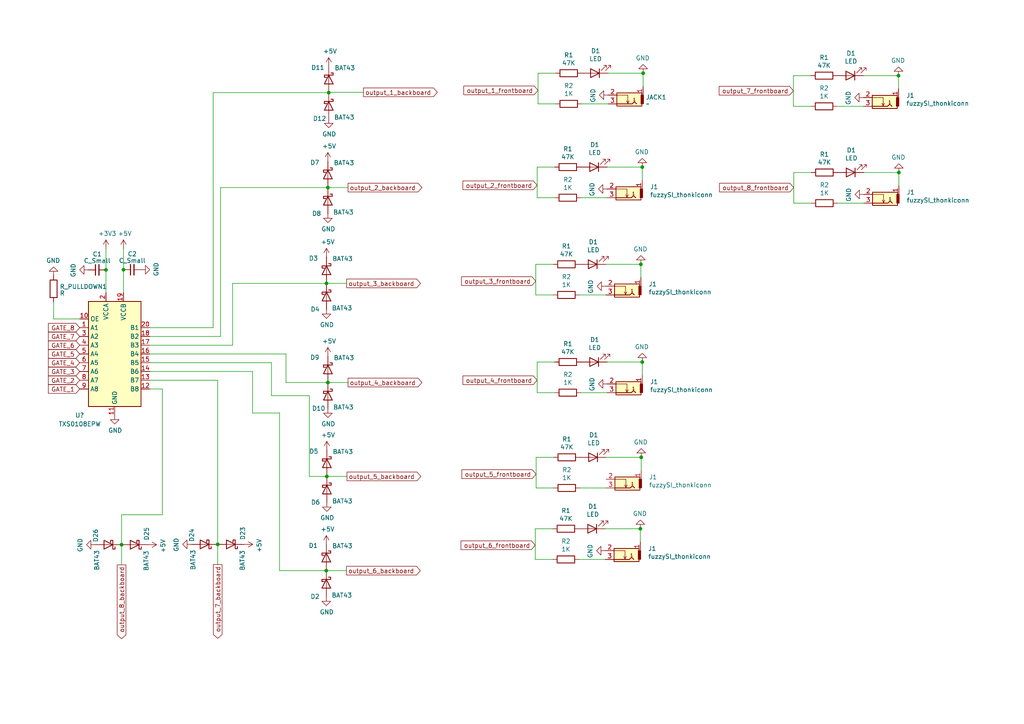
<source format=kicad_sch>
(kicad_sch (version 20230121) (generator eeschema)
  (paper "A4")
  (lib_symbols
    (symbol "Device:C_Small" (pin_numbers hide) (pin_names (offset 0.254) hide)
      (property "Reference" "C" (at 0.254 1.778 0))
      (property "Value" "C_Small" (at 0.254 -2.032 0))
      (symbol "C_Small_0_1"
        (polyline (pts (xy -1.524 -0.508) (xy 1.524 -0.508)) (stroke (width 0.3302)))
        (polyline (pts (xy -1.524 0.508) (xy 1.524 0.508)) (stroke (width 0.3048)))
      )
      (symbol "C_Small_1_1"
        (pin passive line (at 0 2.54 270) (length 2.032) (name "~") (number "1"))
        (pin passive line (at 0 -2.54 90) (length 2.032) (name "~") (number "2"))
      )
    )
    (symbol "Device:LED" (pin_numbers hide) (pin_names (offset 1.016) hide)
      (property "Reference" "D" (at 0 2.54 0))
      (property "Value" "LED" (at 0 -2.54 0))
      (symbol "LED_0_1"
        (polyline (pts (xy -1.27 -1.27) (xy -1.27 1.27)) (stroke (width 0.254)))
        (polyline (pts (xy -1.27 0) (xy 1.27 0)))
        (polyline (pts (xy 1.27 -1.27) (xy 1.27 1.27) (xy -1.27 0) (xy 1.27 -1.27)) (stroke (width 0.254)))
        (polyline (pts (xy -3.048 -0.762) (xy -4.572 -2.286) (xy -3.81 -2.286) (xy -4.572 -2.286) (xy -4.572 -1.524)))
        (polyline (pts (xy -1.778 -0.762) (xy -3.302 -2.286) (xy -2.54 -2.286) (xy -3.302 -2.286) (xy -3.302 -1.524)))
      )
      (symbol "LED_1_1"
        (pin passive line (at -3.81 0 0) (length 2.54) (name "K") (number "1"))
        (pin passive line (at 3.81 0 180) (length 2.54) (name "A") (number "2"))
      )
    )
    (symbol "Device:R" (pin_numbers hide) (pin_names (offset 0))
      (property "Reference" "R" (at 2.032 0 90))
      (property "Value" "R" (at 0 0 90))
      (symbol "R_0_1"
        (rectangle (start -1.016 -2.54) (end 1.016 2.54) (stroke (width 0.254)))
      )
      (symbol "R_1_1"
        (pin passive line (at 0 3.81 270) (length 1.27) (name "~") (number "1"))
        (pin passive line (at 0 -3.81 90) (length 1.27) (name "~") (number "2"))
      )
    )
    (symbol "Diode:BAT85" (pin_numbers hide) (pin_names (offset 1.016) hide)
      (property "Reference" "D" (at 0 2.54 0))
      (property "Value" "BAT85" (at 0 -2.54 0))
      (symbol "BAT85_0_1"
        (polyline (pts (xy 1.27 0) (xy -1.27 0)))
        (polyline (pts (xy 1.27 1.27) (xy 1.27 -1.27) (xy -1.27 0) (xy 1.27 1.27)) (stroke (width 0.254)))
        (polyline (pts (xy -1.905 0.635) (xy -1.905 1.27) (xy -1.27 1.27) (xy -1.27 -1.27) (xy -0.635 -1.27) (xy -0.635 -0.635)) (stroke (width 0.254)))
      )
      (symbol "BAT85_1_1"
        (pin passive line (at -3.81 0 0) (length 2.54) (name "K") (number "1"))
        (pin passive line (at 3.81 0 180) (length 2.54) (name "A") (number "2"))
      )
    )
    (symbol "Logic_LevelTranslator:TXS0108EPW"
      (property "Reference" "U" (at -6.35 16.51 0))
      (property "Value" "TXS0108EPW" (at 3.81 16.51 0))
      (symbol "TXS0108EPW_0_1"
        (rectangle (start -7.62 15.24) (end 7.62 -15.24) (stroke (width 0.254)) (fill (type background)))
      )
      (symbol "TXS0108EPW_1_1"
        (pin bidirectional line (at -10.16 7.62 0) (length 2.54) (name "A1") (number "1"))
        (pin input line (at -10.16 10.16 0) (length 2.54) (name "OE") (number "10"))
        (pin power_in line (at 0 -17.78 90) (length 2.54) (name "GND") (number "11"))
        (pin bidirectional line (at 10.16 -10.16 180) (length 2.54) (name "B8") (number "12"))
        (pin bidirectional line (at 10.16 -7.62 180) (length 2.54) (name "B7") (number "13"))
        (pin bidirectional line (at 10.16 -5.08 180) (length 2.54) (name "B6") (number "14"))
        (pin bidirectional line (at 10.16 -2.54 180) (length 2.54) (name "B5") (number "15"))
        (pin bidirectional line (at 10.16 0 180) (length 2.54) (name "B4") (number "16"))
        (pin bidirectional line (at 10.16 2.54 180) (length 2.54) (name "B3") (number "17"))
        (pin bidirectional line (at 10.16 5.08 180) (length 2.54) (name "B2") (number "18"))
        (pin power_in line (at 2.54 17.78 270) (length 2.54) (name "VCCB") (number "19"))
        (pin power_in line (at -2.54 17.78 270) (length 2.54) (name "VCCA") (number "2"))
        (pin bidirectional line (at 10.16 7.62 180) (length 2.54) (name "B1") (number "20"))
        (pin bidirectional line (at -10.16 5.08 0) (length 2.54) (name "A2") (number "3"))
        (pin bidirectional line (at -10.16 2.54 0) (length 2.54) (name "A3") (number "4"))
        (pin bidirectional line (at -10.16 0 0) (length 2.54) (name "A4") (number "5"))
        (pin bidirectional line (at -10.16 -2.54 0) (length 2.54) (name "A5") (number "6"))
        (pin bidirectional line (at -10.16 -5.08 0) (length 2.54) (name "A6") (number "7"))
        (pin bidirectional line (at -10.16 -7.62 0) (length 2.54) (name "A7") (number "8"))
        (pin bidirectional line (at -10.16 -10.16 0) (length 2.54) (name "A8") (number "9"))
      )
    )
    (symbol "power:+3V3" (power) (pin_names (offset 0))
      (property "Value" "+3V3" (at 0 3.556 0))
      (symbol "+3V3_0_1"
        (polyline (pts (xy -0.762 1.27) (xy 0 2.54)))
        (polyline (pts (xy 0 0) (xy 0 2.54)))
        (polyline (pts (xy 0 2.54) (xy 0.762 1.27)))
      )
      (symbol "+3V3_1_1"
        (pin power_in line (at 0 0 90) (length 0) hide (name "+3V3") (number "1"))
      )
    )
    (symbol "power:+5V" (power) (pin_names (offset 0))
      (property "Value" "+5V" (at 0 3.556 0))
      (symbol "+5V_0_1"
        (polyline (pts (xy -0.762 1.27) (xy 0 2.54)))
        (polyline (pts (xy 0 0) (xy 0 2.54)))
        (polyline (pts (xy 0 2.54) (xy 0.762 1.27)))
      )
      (symbol "+5V_1_1"
        (pin power_in line (at 0 0 90) (length 0) hide (name "+5V") (number "1"))
      )
    )
    (symbol "power:GND" (power) (pin_names (offset 0))
      (property "Value" "GND" (at 0 -3.81 0))
      (symbol "GND_0_1"
        (polyline (pts (xy 0 0) (xy 0 -1.27) (xy 1.27 -1.27) (xy 0 -2.54) (xy -1.27 -1.27) (xy 0 -1.27)))
      )
      (symbol "GND_1_1"
        (pin power_in line (at 0 0 270) (length 0) hide (name "GND") (number "1"))
      )
    )
    (symbol "usb_midi_clocker circuits-rescue:fuzzySI_thonkiconn-thonkiconn_jackSocket_fuzzySi" (pin_names (offset 1.016))
      (property "Reference" "J" (at -1.27 4.445 0))
      (property "Value" "thonkiconn_jackSocket_fuzzySi_fuzzySI_thonkiconn" (at 4.318 -1.778 0))
      (symbol "fuzzySI_thonkiconn-thonkiconn_jackSocket_fuzzySi_0_0"
        (text "1" (at -2.54 1.27 0) (effects (font (size 0.762 0.762))))
      )
      (symbol "fuzzySI_thonkiconn-thonkiconn_jackSocket_fuzzySi_0_1"
        (rectangle (start -4.699 3.175) (end 2.54 -0.635) (stroke (width 0.254)) (fill (type background)))
        (rectangle (start -4.445 0) (end -5.207 2.54) (fill (type outline)))
        (polyline (pts (xy -0.635 2.413) (xy -0.254 1.651)))
        (polyline (pts (xy 2.54 0) (xy -0.635 0) (xy -0.635 2.413) (xy -1.016 1.651)))
        (polyline (pts (xy 2.54 2.54) (xy -1.905 2.54) (xy -2.54 1.905) (xy -3.175 2.54)) (stroke (width 0.254)))
      )
      (symbol "fuzzySI_thonkiconn-thonkiconn_jackSocket_fuzzySi_1_1"
        (pin passive line (at -5.08 -2.54 90) (length 2.54) (name "~") (number "1"))
        (pin passive line (at 5.08 0 180) (length 2.54) (name "~") (number "2"))
        (pin passive line (at 5.08 2.54 180) (length 2.54) (name "~") (number "3"))
      )
    )
  )
  (junction (at 30.734 78.2828))
  (junction (at 186.2836 48.4632))
  (junction (at 94.6912 82.1944))
  (junction (at 260.7056 50.038))
  (junction (at 35.2552 157.988))
  (junction (at 185.9788 132.6388))
  (junction (at 185.8772 76.6572))
  (junction (at 94.7928 138.176))
  (junction (at 186.2836 105.0036))
  (junction (at 63.1444 157.8864))
  (junction (at 186.5376 21.2344))
  (junction (at 95.3516 26.8732))
  (junction (at 185.7248 153.3652))
  (junction (at 94.6404 165.5064))
  (junction (at 95.0976 110.9472))
  (junction (at 95.0976 54.4068))
  (junction (at 260.604 21.9456))
  (junction (at 35.814 78.232))
  (wire (pts (xy 185.7248 153.3652) (xy 175.5648 153.3652)))
  (wire (pts (xy 185.7248 157.1752) (xy 185.7248 153.3652)))
  (wire (pts (xy 73.2536 107.7468) (xy 43.434 107.7468)))
  (wire (pts (xy 67.4624 82.1944) (xy 94.6912 82.1944)))
  (wire (pts (xy 185.9788 136.4488) (xy 185.9788 132.6388)))
  (wire (pts (xy 155.4988 141.5288) (xy 160.5788 141.5288)))
  (wire (pts (xy 95.0976 54.4068) (xy 100.9396 54.4068)))
  (wire (pts (xy 82.9564 110.9472) (xy 82.9564 102.6668)))
  (wire (pts (xy 78.74 114.7572) (xy 78.74 105.2068)))
  (wire (pts (xy 94.6404 165.5064) (xy 100.4824 165.5064)))
  (wire (pts (xy 160.8836 105.0036) (xy 155.8036 105.0036)))
  (wire (pts (xy 260.7056 50.038) (xy 250.5456 50.038)))
  (wire (pts (xy 155.8036 105.0036) (xy 155.8036 113.8936)))
  (wire (pts (xy 95.0976 110.9472) (xy 100.9396 110.9472)))
  (wire (pts (xy 155.8036 48.4632) (xy 155.8036 57.3532)))
  (wire (pts (xy 15.5448 92.5068) (xy 15.5448 87.5792)))
  (wire (pts (xy 155.8036 57.3532) (xy 160.8836 57.3532)))
  (wire (pts (xy 186.2836 48.4632) (xy 176.1236 48.4632)))
  (wire (pts (xy 105.41 26.7716) (xy 95.3516 26.7716)))
  (wire (pts (xy 43.434 110.2868) (xy 63.1444 110.2868)))
  (wire (pts (xy 160.3248 153.3652) (xy 155.2448 153.3652)))
  (wire (pts (xy 81.0768 165.5064) (xy 94.6404 165.5064)))
  (wire (pts (xy 63.9572 54.4068) (xy 63.9572 97.5868)))
  (wire (pts (xy 43.434 100.1268) (xy 67.4624 100.1268)))
  (wire (pts (xy 186.2836 52.2732) (xy 186.2836 48.4632)))
  (wire (pts (xy 82.9564 110.9472) (xy 95.0976 110.9472)))
  (wire (pts (xy 235.204 21.9456) (xy 230.124 21.9456)))
  (wire (pts (xy 30.734 78.2828) (xy 30.734 84.8868)))
  (wire (pts (xy 260.604 25.7556) (xy 260.604 21.9456)))
  (wire (pts (xy 260.7056 53.848) (xy 260.7056 50.038)))
  (wire (pts (xy 61.8236 26.8732) (xy 95.3516 26.8732)))
  (wire (pts (xy 156.0576 30.1244) (xy 161.1376 30.1244)))
  (wire (pts (xy 176.3776 30.1244) (xy 168.7576 30.1244)))
  (wire (pts (xy 160.8836 48.4632) (xy 155.8036 48.4632)))
  (wire (pts (xy 175.5648 162.2552) (xy 167.9448 162.2552)))
  (wire (pts (xy 94.6912 82.1944) (xy 100.5332 82.1944)))
  (wire (pts (xy 155.2448 162.2552) (xy 160.3248 162.2552)))
  (wire (pts (xy 95.3516 26.7716) (xy 95.3516 26.8732)))
  (wire (pts (xy 161.1376 21.2344) (xy 156.0576 21.2344)))
  (wire (pts (xy 155.3972 85.5472) (xy 160.4772 85.5472)))
  (wire (pts (xy 89.7128 138.176) (xy 89.7128 114.7572)))
  (wire (pts (xy 47.0916 112.8268) (xy 47.0916 149.3012)))
  (wire (pts (xy 260.604 21.9456) (xy 250.444 21.9456)))
  (wire (pts (xy 230.2256 58.928) (xy 235.3056 58.928)))
  (wire (pts (xy 155.2448 153.3652) (xy 155.2448 162.2552)))
  (wire (pts (xy 185.9788 132.6388) (xy 175.8188 132.6388)))
  (wire (pts (xy 230.124 30.8356) (xy 235.204 30.8356)))
  (wire (pts (xy 230.2256 50.038) (xy 230.2256 58.928)))
  (wire (pts (xy 160.5788 132.6388) (xy 155.4988 132.6388)))
  (wire (pts (xy 63.9572 97.5868) (xy 43.434 97.5868)))
  (wire (pts (xy 155.3972 76.6572) (xy 155.3972 85.5472)))
  (wire (pts (xy 160.4772 76.6572) (xy 155.3972 76.6572)))
  (wire (pts (xy 63.9572 54.4068) (xy 95.0976 54.4068)))
  (wire (pts (xy 89.7128 138.176) (xy 94.7928 138.176)))
  (wire (pts (xy 78.74 105.2068) (xy 43.434 105.2068)))
  (wire (pts (xy 35.814 72.136) (xy 35.814 78.232)))
  (wire (pts (xy 94.7928 138.176) (xy 100.6348 138.176)))
  (wire (pts (xy 63.1444 110.2868) (xy 63.1444 157.8864)))
  (wire (pts (xy 43.434 95.0468) (xy 61.8236 95.0468)))
  (wire (pts (xy 186.2836 105.0036) (xy 176.1236 105.0036)))
  (wire (pts (xy 175.7172 85.5472) (xy 168.0972 85.5472)))
  (wire (pts (xy 156.0576 21.2344) (xy 156.0576 30.1244)))
  (wire (pts (xy 30.734 72.136) (xy 30.734 78.2828)))
  (wire (pts (xy 155.4988 132.6388) (xy 155.4988 141.5288)))
  (wire (pts (xy 67.4624 100.1268) (xy 67.4624 82.1944)))
  (wire (pts (xy 61.8236 95.0468) (xy 61.8236 26.8732)))
  (wire (pts (xy 175.8188 141.5288) (xy 168.1988 141.5288)))
  (wire (pts (xy 23.114 92.5068) (xy 15.5448 92.5068)))
  (wire (pts (xy 35.814 78.232) (xy 35.814 84.8868)))
  (wire (pts (xy 81.0768 165.5064) (xy 81.0768 119.7864)))
  (wire (pts (xy 186.5376 25.0444) (xy 186.5376 21.2344)))
  (wire (pts (xy 250.444 30.8356) (xy 242.824 30.8356)))
  (wire (pts (xy 47.0916 149.3012) (xy 35.2552 149.3012)))
  (wire (pts (xy 230.124 21.9456) (xy 230.124 30.8356)))
  (wire (pts (xy 176.1236 113.8936) (xy 168.5036 113.8936)))
  (wire (pts (xy 73.2536 119.7864) (xy 73.2536 107.7468)))
  (wire (pts (xy 185.8772 76.6572) (xy 175.7172 76.6572)))
  (wire (pts (xy 176.1236 57.3532) (xy 168.5036 57.3532)))
  (wire (pts (xy 235.3056 50.038) (xy 230.2256 50.038)))
  (wire (pts (xy 186.2836 108.8136) (xy 186.2836 105.0036)))
  (wire (pts (xy 81.0768 119.7864) (xy 73.2536 119.7864)))
  (wire (pts (xy 155.8036 113.8936) (xy 160.8836 113.8936)))
  (wire (pts (xy 43.434 112.8268) (xy 47.0916 112.8268)))
  (wire (pts (xy 43.434 102.6668) (xy 82.9564 102.6668)))
  (wire (pts (xy 63.1444 157.8864) (xy 63.1444 163.7284)))
  (wire (pts (xy 186.5376 21.2344) (xy 176.3776 21.2344)))
  (wire (pts (xy 185.8772 80.4672) (xy 185.8772 76.6572)))
  (wire (pts (xy 35.2552 157.988) (xy 35.2552 163.83)))
  (wire (pts (xy 35.2552 149.3012) (xy 35.2552 157.988)))
  (wire (pts (xy 89.7128 114.7572) (xy 78.74 114.7572)))
  (wire (pts (xy 250.5456 58.928) (xy 242.9256 58.928)))
  (global_label "output_1_frontboard" (shape input) (at 156.0576 26.2128 180) (property "Intersheetrefs" "${INTERSHEET_REFS}" (effects hide)))
  (global_label "output_1_backboard" (shape output) (at 105.41 26.7716 0) (property "Intersheetrefs" "${INTERSHEET_REFS}" (effects hide)))
  (global_label "GATE_4" (shape input) (at 23.114 105.2068 180) (property "Intersheetrefs" "${INTERSHEET_REFS}" (effects hide)))
  (global_label "output_2_backboard" (shape output) (at 100.9396 54.4068 0) (property "Intersheetrefs" "${INTERSHEET_REFS}" (effects hide)))
  (global_label "output_3_backboard" (shape output) (at 100.5332 82.1944 0) (property "Intersheetrefs" "${INTERSHEET_REFS}" (effects hide)))
  (global_label "GATE_8" (shape input) (at 23.114 95.0468 180) (property "Intersheetrefs" "${INTERSHEET_REFS}" (effects hide)))
  (global_label "output_2_frontboard" (shape input) (at 155.8036 53.7464 180) (property "Intersheetrefs" "${INTERSHEET_REFS}" (effects hide)))
  (global_label "output_8_backboard" (shape output) (at 35.2552 163.83 270) (property "Intersheetrefs" "${INTERSHEET_REFS}" (effects hide)))
  (global_label "output_5_backboard" (shape output) (at 100.6348 138.176 0) (property "Intersheetrefs" "${INTERSHEET_REFS}" (effects hide)))
  (global_label "output_6_frontboard" (shape input) (at 155.2448 158.1404 180) (property "Intersheetrefs" "${INTERSHEET_REFS}" (effects hide)))
  (global_label "output_7_backboard" (shape output) (at 63.1444 163.7284 270) (property "Intersheetrefs" "${INTERSHEET_REFS}" (effects hide)))
  (global_label "GATE_6" (shape input) (at 23.114 100.1268 180) (property "Intersheetrefs" "${INTERSHEET_REFS}" (effects hide)))
  (global_label "output_5_frontboard" (shape input) (at 155.4988 137.5156 180) (property "Intersheetrefs" "${INTERSHEET_REFS}" (effects hide)))
  (global_label "output_7_frontboard" (shape input) (at 230.124 26.3144 180) (property "Intersheetrefs" "${INTERSHEET_REFS}" (effects hide)))
  (global_label "GATE_1" (shape input) (at 23.114 112.8268 180) (property "Intersheetrefs" "${INTERSHEET_REFS}" (effects hide)))
  (global_label "GATE_3" (shape input) (at 23.114 107.7468 180) (property "Intersheetrefs" "${INTERSHEET_REFS}" (effects hide)))
  (global_label "output_4_frontboard" (shape input) (at 155.8036 110.2868 180) (property "Intersheetrefs" "${INTERSHEET_REFS}" (effects hide)))
  (global_label "output_6_backboard" (shape output) (at 100.4824 165.5064 0) (property "Intersheetrefs" "${INTERSHEET_REFS}" (effects hide)))
  (global_label "GATE_7" (shape input) (at 23.114 97.5868 180) (property "Intersheetrefs" "${INTERSHEET_REFS}" (effects hide)))
  (global_label "output_8_frontboard" (shape input) (at 230.2256 54.4068 180) (property "Intersheetrefs" "${INTERSHEET_REFS}" (effects hide)))
  (global_label "output_4_backboard" (shape output) (at 100.9396 110.9472 0) (property "Intersheetrefs" "${INTERSHEET_REFS}" (effects hide)))
  (global_label "GATE_5" (shape input) (at 23.114 102.6668 180) (property "Intersheetrefs" "${INTERSHEET_REFS}" (effects hide)))
  (global_label "GATE_2" (shape input) (at 23.114 110.2868 180) (property "Intersheetrefs" "${INTERSHEET_REFS}" (effects hide)))
  (global_label "output_3_frontboard" (shape input) (at 155.3972 81.534 180) (property "Intersheetrefs" "${INTERSHEET_REFS}" (effects hide)))
  (symbol (lib_id "usb_midi_clocker circuits-rescue:fuzzySI_thonkiconn-thonkiconn_jackSocket_fuzzySi") (at 180.7972 83.0072 180) (unit 1)
    (property "Reference" "J1" (at 188.1124 82.3976 0) (effects (justify right)))
    (property "Value" "fuzzySI_thonkiconn" (at 188.1124 84.709 0) (effects (justify right)))
    (property "Footprint" "doctea:Thonkiconn Renumbered" (effects hide))
    (instances (project "usb_midi_clocker circuits" (path "" (reference "J1") (unit 1)) (path "" (reference "JACK3") (unit 1))) (project "expander_gate_output" (path "" (reference "JACK3") (unit 1)) (path "" (reference "JACK3") (unit 1))))
  )
  (symbol (lib_id "Device:R") (at 164.9476 30.1244 270) (unit 1)
    (property "Reference" "R2" (at 164.9476 24.8666 90))
    (property "Value" "1K" (at 164.9476 27.178 90))
    (property "Footprint" "Resistor_SMD:R_0805_2012Metric" (effects hide))
    (instances (project "usb_midi_clocker circuits" (path "" (reference "R2") (unit 1)) (path "" (reference "R2") (unit 1))) (project "expander_gate_output" (path "" (reference "R2") (unit 1)) (path "" (reference "R12") (unit 1))))
  )
  (symbol (lib_id "power:+5V") (at 94.6912 74.5744 0) (unit 1)
    (property "Reference" "#PWR?" (effects hide))
    (property "Value" "+5V" (at 95.0722 70.1802 0))
    (instances (project "usb_midi_clocker circuits" (path "" (reference "#PWR?") (unit 1)) (path "" (reference "#PWR040") (unit 1))) (project "expander_gate_output" (path "" (reference "#PWR06") (unit 1)) (path "" (reference "#PWR06") (unit 1))))
  )
  (symbol (lib_id "Diode:BAT85") (at 95.0976 114.7572 270) (unit 1)
    (property "Reference" "D10" (at 90.4748 118.4656 90) (effects (justify left)))
    (property "Value" "BAT43" (at 96.6216 118.11 90) (effects (justify left)))
    (property "Footprint" "Diode_SMD:D_0805_2012Metric" (effects hide))
  )
  (symbol (lib_id "Diode:BAT85") (at 59.3344 157.8864 180) (unit 1)
    (property "Reference" "D24" (at 55.626 153.2636 90) (effects (justify left)))
    (property "Value" "BAT43" (at 55.9816 159.4104 90) (effects (justify left)))
    (property "Footprint" "Diode_SMD:D_0805_2012Metric" (effects hide))
    (instances (project "expander_gate_output" (path "" (reference "D24") (unit 1)) (path "" (reference "D14") (unit 1))))
  )
  (symbol (lib_id "Device:R") (at 239.014 21.9456 270) (unit 1)
    (property "Reference" "R1" (at 239.014 16.6878 90))
    (property "Value" "47K" (at 239.014 18.9992 90))
    (property "Footprint" "Resistor_SMD:R_0805_2012Metric" (effects hide))
    (instances (project "usb_midi_clocker circuits" (path "" (reference "R1") (unit 1)) (path "" (reference "R13") (unit 1))) (project "expander_gate_output" (path "" (reference "R13") (unit 1)) (path "" (reference "R13") (unit 1))))
  )
  (symbol (lib_id "Device:C_Small") (at 38.354 78.232 90) (unit 1)
    (property "Reference" "C2" (at 38.3603 73.66 90))
    (property "Value" "C_Small" (at 38.3603 75.581 90))
    (property "Footprint" "Capacitor_SMD:C_0805_2012Metric" (effects hide))
  )
  (symbol (lib_id "power:GND") (at 185.8772 76.6572 180) (unit 1)
    (property "Reference" "#PWR0101" (effects hide))
    (property "Value" "GND" (at 185.7502 72.263 0))
    (instances (project "usb_midi_clocker circuits" (path "" (reference "#PWR0101") (unit 1)) (path "" (reference "#PWR023") (unit 1))) (project "expander_gate_output" (path "" (reference "#PWR06") (unit 1)) (path "" (reference "#PWR039") (unit 1))))
  )
  (symbol (lib_id "Device:LED") (at 172.3136 48.4632 180) (unit 1)
    (property "Reference" "D1" (at 172.4914 41.9862 0))
    (property "Value" "LED" (at 172.4914 44.2976 0))
    (property "Footprint" "LED_THT:LED_D3.0mm" (effects hide))
    (instances (project "usb_midi_clocker circuits" (path "" (reference "D1") (unit 1)) (path "" (reference "D2") (unit 1))) (project "expander_gate_output" (path "" (reference "D2") (unit 1)) (path "" (reference "D20") (unit 1))))
  )
  (symbol (lib_id "Diode:BAT85") (at 94.6912 78.3844 270) (unit 1)
    (property "Reference" "D3" (at 89.5604 74.93 90) (effects (justify left)))
    (property "Value" "BAT43" (at 96.3676 75.0316 90) (effects (justify left)))
    (property "Footprint" "Diode_SMD:D_0805_2012Metric" (effects hide))
  )
  (symbol (lib_id "power:GND") (at 185.9788 132.6388 180) (unit 1)
    (property "Reference" "#PWR0101" (effects hide))
    (property "Value" "GND" (at 185.8518 128.2446 0))
    (instances (project "usb_midi_clocker circuits" (path "" (reference "#PWR0101") (unit 1)) (path "" (reference "#PWR033") (unit 1))) (project "expander_gate_output" (path "" (reference "#PWR011") (unit 1)) (path "" (reference "#PWR040") (unit 1))))
  )
  (symbol (lib_id "Device:R") (at 164.2872 76.6572 270) (unit 1)
    (property "Reference" "R1" (at 164.2872 71.3994 90))
    (property "Value" "47K" (at 164.2872 73.7108 90))
    (property "Footprint" "Resistor_SMD:R_0805_2012Metric" (effects hide))
    (instances (project "usb_midi_clocker circuits" (path "" (reference "R1") (unit 1)) (path "" (reference "R5") (unit 1))) (project "expander_gate_output" (path "" (reference "R5") (unit 1)) (path "" (reference "R3") (unit 1))))
  )
  (symbol (lib_id "Device:LED") (at 246.634 21.9456 180) (unit 1)
    (property "Reference" "D1" (at 246.8118 15.4686 0))
    (property "Value" "LED" (at 246.8118 17.78 0))
    (property "Footprint" "LED_THT:LED_D3.0mm" (effects hide))
    (instances (project "usb_midi_clocker circuits" (path "" (reference "D1") (unit 1)) (path "" (reference "D7") (unit 1))) (project "expander_gate_output" (path "" (reference "D7") (unit 1)) (path "" (reference "D23") (unit 1))))
  )
  (symbol (lib_id "Diode:BAT85") (at 31.4452 157.988 180) (unit 1)
    (property "Reference" "D26" (at 27.7368 153.3652 90) (effects (justify left)))
    (property "Value" "BAT43" (at 28.0924 159.512 90) (effects (justify left)))
    (property "Footprint" "Diode_SMD:D_0805_2012Metric" (effects hide))
    (instances (project "expander_gate_output" (path "" (reference "D26") (unit 1)) (path "" (reference "D16") (unit 1))))
  )
  (symbol (lib_id "power:GND") (at 186.2836 105.0036 180) (unit 1)
    (property "Reference" "#PWR0101" (effects hide))
    (property "Value" "GND" (at 186.1566 100.6094 0))
    (instances (project "usb_midi_clocker circuits" (path "" (reference "#PWR0101") (unit 1)) (path "" (reference "#PWR024") (unit 1))) (project "expander_gate_output" (path "" (reference "#PWR07") (unit 1)) (path "" (reference "#PWR068") (unit 1))))
  )
  (symbol (lib_id "Device:LED") (at 172.0088 132.6388 180) (unit 1)
    (property "Reference" "D1" (at 172.1866 126.1618 0))
    (property "Value" "LED" (at 172.1866 128.4732 0))
    (property "Footprint" "LED_THT:LED_D3.0mm" (effects hide))
    (instances (project "usb_midi_clocker circuits" (path "" (reference "D1") (unit 1)) (path "" (reference "D5") (unit 1))) (project "expander_gate_output" (path "" (reference "D5") (unit 1)) (path "" (reference "D19") (unit 1))))
  )
  (symbol (lib_id "usb_midi_clocker circuits-rescue:fuzzySI_thonkiconn-thonkiconn_jackSocket_fuzzySi") (at 255.6256 56.388 180) (unit 1)
    (property "Reference" "J1" (at 262.9408 55.7784 0) (effects (justify right)))
    (property "Value" "fuzzySI_thonkiconn" (at 262.9408 58.0898 0) (effects (justify right)))
    (property "Footprint" "doctea:Thonkiconn Renumbered" (effects hide))
    (instances (project "usb_midi_clocker circuits" (path "" (reference "J1") (unit 1)) (path "" (reference "JACK8") (unit 1))) (project "expander_gate_output" (path "" (reference "JACK8") (unit 1)) (path "" (reference "JACK8") (unit 1))))
  )
  (symbol (lib_id "usb_midi_clocker circuits-rescue:fuzzySI_thonkiconn-thonkiconn_jackSocket_fuzzySi") (at 255.524 28.2956 180) (unit 1)
    (property "Reference" "J1" (at 262.8392 27.686 0) (effects (justify right)))
    (property "Value" "fuzzySI_thonkiconn" (at 262.8392 29.9974 0) (effects (justify right)))
    (property "Footprint" "doctea:Thonkiconn Renumbered" (effects hide))
    (instances (project "usb_midi_clocker circuits" (path "" (reference "J1") (unit 1)) (path "" (reference "JACK7") (unit 1))) (project "expander_gate_output" (path "" (reference "JACK7") (unit 1)) (path "" (reference "JACK7") (unit 1))))
  )
  (symbol (lib_id "power:GND") (at 25.654 78.2828 270) (unit 1)
    (property "Reference" "#PWR?" (effects hide))
    (property "Value" "GND" (at 21.2598 78.4098 0))
    (instances (project "usb_midi_clocker circuits" (path "" (reference "#PWR?") (unit 1)) (path "" (reference "#PWR027") (unit 1))) (project "expander_gate_output" (path "" (reference "#PWR016") (unit 1)) (path "" (reference "#PWR08") (unit 1))))
  )
  (symbol (lib_id "usb_midi_clocker circuits-rescue:fuzzySI_thonkiconn-thonkiconn_jackSocket_fuzzySi") (at 180.8988 138.9888 180) (unit 1)
    (property "Reference" "J1" (at 188.214 138.3792 0) (effects (justify right)))
    (property "Value" "fuzzySI_thonkiconn" (at 188.214 140.6906 0) (effects (justify right)))
    (property "Footprint" "doctea:Thonkiconn Renumbered" (effects hide))
    (instances (project "usb_midi_clocker circuits" (path "" (reference "J1") (unit 1)) (path "" (reference "JACK5") (unit 1))) (project "expander_gate_output" (path "" (reference "JACK5") (unit 1)) (path "" (reference "JACK5") (unit 1))))
  )
  (symbol (lib_id "Logic_LevelTranslator:TXS0108EPW") (at 33.274 102.6668 0) (unit 1)
    (property "Reference" "U?" (at 23.114 120.4468 0))
    (property "Value" "TXS0108EPW" (at 23.114 122.9868 0))
    (property "Footprint" "Package_SO:TSSOP-20_4.4x6.5mm_P0.65mm" (effects hide))
    (property "Datasheet" "www.ti.com/lit/ds/symlink/txs0108e.pdf" (effects hide))
    (instances (project "usb_midi_clocker circuits" (path "" (reference "U?") (unit 1)) (path "" (reference "U3") (unit 1))) (project "expander_gate_output" (path "" (reference "U1") (unit 1)) (path "" (reference "U1") (unit 1))))
  )
  (symbol (lib_id "power:+5V") (at 94.6404 157.8864 0) (unit 1)
    (property "Reference" "#PWR?" (effects hide))
    (property "Value" "+5V" (at 95.0214 153.4922 0))
    (instances (project "usb_midi_clocker circuits" (path "" (reference "#PWR?") (unit 1)) (path "" (reference "#PWR040") (unit 1))) (project "expander_gate_output" (path "" (reference "#PWR04") (unit 1)) (path "" (reference "#PWR04") (unit 1))))
  )
  (symbol (lib_id "power:GND") (at 176.3776 27.5844 270) (unit 1)
    (property "Reference" "#PWR0101" (effects hide))
    (property "Value" "GND" (at 171.9834 27.7114 0))
    (instances (project "usb_midi_clocker circuits" (path "" (reference "#PWR0101") (unit 1)) (path "" (reference "#PWR016") (unit 1))) (project "expander_gate_output" (path "" (reference "#PWR04") (unit 1)) (path "" (reference "#PWR037") (unit 1))))
  )
  (symbol (lib_id "power:GND") (at 175.7172 83.0072 270) (unit 1)
    (property "Reference" "#PWR0101" (effects hide))
    (property "Value" "GND" (at 171.323 83.1342 0))
    (instances (project "usb_midi_clocker circuits" (path "" (reference "#PWR0101") (unit 1)) (path "" (reference "#PWR016") (unit 1))) (project "expander_gate_output" (path "" (reference "#PWR04") (unit 1)) (path "" (reference "#PWR024") (unit 1))))
  )
  (symbol (lib_id "Device:R") (at 164.9476 21.2344 270) (unit 1)
    (property "Reference" "R1" (at 164.9476 15.9766 90))
    (property "Value" "47K" (at 164.9476 18.288 90))
    (property "Footprint" "Resistor_SMD:R_0805_2012Metric" (effects hide))
    (instances (project "usb_midi_clocker circuits" (path "" (reference "R1") (unit 1)) (path "" (reference "R1") (unit 1))) (project "expander_gate_output" (path "" (reference "R1") (unit 1)) (path "" (reference "R11") (unit 1))))
  )
  (symbol (lib_id "usb_midi_clocker circuits-rescue:fuzzySI_thonkiconn-thonkiconn_jackSocket_fuzzySi") (at 180.6448 159.7152 180) (unit 1)
    (property "Reference" "J1" (at 187.96 159.1056 0) (effects (justify right)))
    (property "Value" "fuzzySI_thonkiconn" (at 187.96 161.417 0) (effects (justify right)))
    (property "Footprint" "doctea:Thonkiconn Renumbered" (effects hide))
    (instances (project "usb_midi_clocker circuits" (path "" (reference "J1") (unit 1)) (path "" (reference "JACK6") (unit 1))) (project "expander_gate_output" (path "" (reference "JACK6") (unit 1)) (path "" (reference "JACK6") (unit 1))))
  )
  (symbol (lib_id "power:GND") (at 40.894 78.232 90) (unit 1)
    (property "Reference" "#PWR?" (effects hide))
    (property "Value" "GND" (at 45.2882 78.105 0))
    (instances (project "usb_midi_clocker circuits" (path "" (reference "#PWR?") (unit 1)) (path "" (reference "#PWR027") (unit 1))) (project "expander_gate_output" (path "" (reference "#PWR08") (unit 1)) (path "" (reference "#PWR016") (unit 1))))
  )
  (symbol (lib_id "power:GND") (at 95.3516 34.4932 0) (unit 1)
    (property "Reference" "#PWR0101" (effects hide))
    (property "Value" "GND" (at 95.4786 38.8874 0))
    (instances (project "usb_midi_clocker circuits" (path "" (reference "#PWR0101") (unit 1)) (path "" (reference "#PWR016") (unit 1))) (project "expander_gate_output" (path "" (reference "#PWR036") (unit 1)) (path "" (reference "#PWR036") (unit 1))))
  )
  (symbol (lib_id "Diode:BAT85") (at 95.0976 107.1372 270) (unit 1)
    (property "Reference" "D9" (at 89.9668 103.6828 90) (effects (justify left)))
    (property "Value" "BAT43" (at 96.774 103.7844 90) (effects (justify left)))
    (property "Footprint" "Diode_SMD:D_0805_2012Metric" (effects hide))
  )
  (symbol (lib_id "Device:R") (at 164.2872 85.5472 270) (unit 1)
    (property "Reference" "R2" (at 164.2872 80.2894 90))
    (property "Value" "1K" (at 164.2872 82.6008 90))
    (property "Footprint" "Resistor_SMD:R_0805_2012Metric" (effects hide))
    (instances (project "usb_midi_clocker circuits" (path "" (reference "R2") (unit 1)) (path "" (reference "R6") (unit 1))) (project "expander_gate_output" (path "" (reference "R6") (unit 1)) (path "" (reference "R4") (unit 1))))
  )
  (symbol (lib_id "usb_midi_clocker circuits-rescue:fuzzySI_thonkiconn-thonkiconn_jackSocket_fuzzySi") (at 181.2036 54.8132 180) (unit 1)
    (property "Reference" "J1" (at 188.5188 54.2036 0) (effects (justify right)))
    (property "Value" "fuzzySI_thonkiconn" (at 188.5188 56.515 0) (effects (justify right)))
    (property "Footprint" "doctea:Thonkiconn Renumbered" (effects hide))
    (instances (project "usb_midi_clocker circuits" (path "" (reference "J1") (unit 1)) (path "" (reference "JACK2") (unit 1))) (project "expander_gate_output" (path "" (reference "JACK2") (unit 1)) (path "" (reference "JACK2") (unit 1))))
  )
  (symbol (lib_id "Diode:BAT85") (at 94.6404 161.6964 270) (unit 1)
    (property "Reference" "D1" (at 89.5096 158.242 90) (effects (justify left)))
    (property "Value" "BAT43" (at 96.3168 158.3436 90) (effects (justify left)))
    (property "Footprint" "Diode_SMD:D_0805_2012Metric" (effects hide))
  )
  (symbol (lib_id "usb_midi_clocker circuits-rescue:fuzzySI_thonkiconn-thonkiconn_jackSocket_fuzzySi") (at 181.2036 111.3536 180) (unit 1)
    (property "Reference" "J1" (at 188.5188 110.744 0) (effects (justify right)))
    (property "Value" "fuzzySI_thonkiconn" (at 188.5188 113.0554 0) (effects (justify right)))
    (property "Footprint" "doctea:Thonkiconn Renumbered" (effects hide))
    (instances (project "usb_midi_clocker circuits" (path "" (reference "J1") (unit 1)) (path "" (reference "JACK4") (unit 1))) (project "expander_gate_output" (path "" (reference "JACK4") (unit 1)) (path "" (reference "JACK4") (unit 1))))
  )
  (symbol (lib_id "power:+5V") (at 95.3516 19.2532 0) (unit 1)
    (property "Reference" "#PWR?" (effects hide))
    (property "Value" "+5V" (at 95.7326 14.859 0))
    (instances (project "usb_midi_clocker circuits" (path "" (reference "#PWR?") (unit 1)) (path "" (reference "#PWR040") (unit 1))) (project "expander_gate_output" (path "" (reference "#PWR035") (unit 1)) (path "" (reference "#PWR035") (unit 1))))
  )
  (symbol (lib_id "power:GND") (at 176.1236 111.3536 270) (unit 1)
    (property "Reference" "#PWR0101" (effects hide))
    (property "Value" "GND" (at 171.7294 111.4806 0))
    (instances (project "usb_midi_clocker circuits" (path "" (reference "#PWR0101") (unit 1)) (path "" (reference "#PWR016") (unit 1))) (project "expander_gate_output" (path "" (reference "#PWR04") (unit 1)) (path "" (reference "#PWR026") (unit 1))))
  )
  (symbol (lib_id "power:GND") (at 94.6404 173.1264 0) (unit 1)
    (property "Reference" "#PWR0101" (effects hide))
    (property "Value" "GND" (at 94.7674 177.5206 0))
    (instances (project "usb_midi_clocker circuits" (path "" (reference "#PWR0101") (unit 1)) (path "" (reference "#PWR016") (unit 1))) (project "expander_gate_output" (path "" (reference "#PWR05") (unit 1)) (path "" (reference "#PWR05") (unit 1))))
  )
  (symbol (lib_id "Device:C_Small") (at 28.194 78.2828 90) (unit 1)
    (property "Reference" "C1" (at 28.2003 73.7108 90))
    (property "Value" "C_Small" (at 28.2003 75.6318 90))
    (property "Footprint" "Capacitor_SMD:C_0805_2012Metric" (effects hide))
  )
  (symbol (lib_id "usb_midi_clocker circuits-rescue:fuzzySI_thonkiconn-thonkiconn_jackSocket_fuzzySi") (at 181.4576 27.5844 180) (unit 1)
    (property "Reference" "JACK1" (at 187.2996 28.2107 0) (effects (justify right)))
    (property "Value" "~" (at 187.2996 30.1317 0) (effects (justify right)))
    (property "Footprint" "doctea:Thonkiconn Renumbered" (effects hide))
  )
  (symbol (lib_id "Device:R") (at 164.6936 48.4632 270) (unit 1)
    (property "Reference" "R1" (at 164.6936 43.2054 90))
    (property "Value" "47K" (at 164.6936 45.5168 90))
    (property "Footprint" "Resistor_SMD:R_0805_2012Metric" (effects hide))
    (instances (project "usb_midi_clocker circuits" (path "" (reference "R1") (unit 1)) (path "" (reference "R3") (unit 1))) (project "expander_gate_output" (path "" (reference "R3") (unit 1)) (path "" (reference "R7") (unit 1))))
  )
  (symbol (lib_id "Device:R") (at 239.1156 58.928 270) (unit 1)
    (property "Reference" "R2" (at 239.1156 53.6702 90))
    (property "Value" "1K" (at 239.1156 55.9816 90))
    (property "Footprint" "Resistor_SMD:R_0805_2012Metric" (effects hide))
    (instances (project "usb_midi_clocker circuits" (path "" (reference "R2") (unit 1)) (path "" (reference "R16") (unit 1))) (project "expander_gate_output" (path "" (reference "R16") (unit 1)) (path "" (reference "R16") (unit 1))))
  )
  (symbol (lib_id "Device:R") (at 164.3888 141.5288 270) (unit 1)
    (property "Reference" "R2" (at 164.3888 136.271 90))
    (property "Value" "1K" (at 164.3888 138.5824 90))
    (property "Footprint" "Resistor_SMD:R_0805_2012Metric" (effects hide))
    (instances (project "usb_midi_clocker circuits" (path "" (reference "R2") (unit 1)) (path "" (reference "R10") (unit 1))) (project "expander_gate_output" (path "" (reference "R10") (unit 1)) (path "" (reference "R6") (unit 1))))
  )
  (symbol (lib_id "power:GND") (at 185.7248 153.3652 180) (unit 1)
    (property "Reference" "#PWR0101" (effects hide))
    (property "Value" "GND" (at 185.5978 148.971 0))
    (instances (project "usb_midi_clocker circuits" (path "" (reference "#PWR0101") (unit 1)) (path "" (reference "#PWR034") (unit 1))) (project "expander_gate_output" (path "" (reference "#PWR012") (unit 1)) (path "" (reference "#PWR038") (unit 1))))
  )
  (symbol (lib_id "power:+5V") (at 42.8752 157.988 270) (unit 1)
    (property "Reference" "#PWR?" (effects hide))
    (property "Value" "+5V" (at 47.2694 158.369 0))
    (instances (project "usb_midi_clocker circuits" (path "" (reference "#PWR?") (unit 1)) (path "" (reference "#PWR040") (unit 1))) (project "expander_gate_output" (path "" (reference "#PWR039") (unit 1)) (path "" (reference "#PWR033") (unit 1))))
  )
  (symbol (lib_id "power:GND") (at 95.0976 118.5672 0) (unit 1)
    (property "Reference" "#PWR0101" (effects hide))
    (property "Value" "GND" (at 95.2246 122.9614 0))
    (instances (project "usb_midi_clocker circuits" (path "" (reference "#PWR0101") (unit 1)) (path "" (reference "#PWR016") (unit 1))) (project "expander_gate_output" (path "" (reference "#PWR032") (unit 1)) (path "" (reference "#PWR032") (unit 1))))
  )
  (symbol (lib_id "power:+5V") (at 35.814 72.136 0) (unit 1)
    (property "Reference" "#PWR?" (effects hide))
    (property "Value" "+5V" (at 36.195 67.7418 0))
    (instances (project "usb_midi_clocker circuits" (path "" (reference "#PWR?") (unit 1)) (path "" (reference "#PWR040") (unit 1))) (project "expander_gate_output" (path "" (reference "#PWR015") (unit 1)) (path "" (reference "#PWR015") (unit 1))))
  )
  (symbol (lib_id "power:+3V3") (at 30.734 72.136 0) (unit 1)
    (property "Reference" "#PWR?" (effects hide))
    (property "Value" "+3V3" (at 31.115 67.7418 0))
    (instances (project "usb_midi_clocker circuits" (path "" (reference "#PWR?") (unit 1)) (path "" (reference "#PWR026") (unit 1))) (project "expander_gate_output" (path "" (reference "#PWR09") (unit 1)) (path "" (reference "#PWR09") (unit 1))))
  )
  (symbol (lib_id "power:GND") (at 250.5456 56.388 270) (unit 1)
    (property "Reference" "#PWR0101" (effects hide))
    (property "Value" "GND" (at 246.1514 56.515 0))
    (instances (project "usb_midi_clocker circuits" (path "" (reference "#PWR0101") (unit 1)) (path "" (reference "#PWR016") (unit 1))) (project "expander_gate_output" (path "" (reference "#PWR04") (unit 1)) (path "" (reference "#PWR071") (unit 1))))
  )
  (symbol (lib_id "Diode:BAT85") (at 95.3516 30.6832 270) (unit 1)
    (property "Reference" "D12" (at 90.7288 34.3916 90) (effects (justify left)))
    (property "Value" "BAT43" (at 96.8756 34.036 90) (effects (justify left)))
    (property "Footprint" "Diode_SMD:D_0805_2012Metric" (effects hide))
  )
  (symbol (lib_id "Device:R") (at 164.3888 132.6388 270) (unit 1)
    (property "Reference" "R1" (at 164.3888 127.381 90))
    (property "Value" "47K" (at 164.3888 129.6924 90))
    (property "Footprint" "Resistor_SMD:R_0805_2012Metric" (effects hide))
    (instances (project "usb_midi_clocker circuits" (path "" (reference "R1") (unit 1)) (path "" (reference "R9") (unit 1))) (project "expander_gate_output" (path "" (reference "R9") (unit 1)) (path "" (reference "R5") (unit 1))))
  )
  (symbol (lib_id "Diode:BAT85") (at 95.3516 23.0632 270) (unit 1)
    (property "Reference" "D11" (at 90.2208 19.6088 90) (effects (justify left)))
    (property "Value" "BAT43" (at 97.028 19.7104 90) (effects (justify left)))
    (property "Footprint" "Diode_SMD:D_0805_2012Metric" (effects hide))
  )
  (symbol (lib_id "power:GND") (at 33.274 120.4468 0) (unit 1)
    (property "Reference" "#PWR?" (effects hide))
    (property "Value" "GND" (at 33.401 124.841 0))
    (instances (project "usb_midi_clocker circuits" (path "" (reference "#PWR?") (unit 1)) (path "" (reference "#PWR027") (unit 1))) (project "expander_gate_output" (path "" (reference "#PWR010") (unit 1)) (path "" (reference "#PWR010") (unit 1))))
  )
  (symbol (lib_id "power:+5V") (at 95.0976 103.3272 0) (unit 1)
    (property "Reference" "#PWR?" (effects hide))
    (property "Value" "+5V" (at 95.4786 98.933 0))
    (instances (project "usb_midi_clocker circuits" (path "" (reference "#PWR?") (unit 1)) (path "" (reference "#PWR040") (unit 1))) (project "expander_gate_output" (path "" (reference "#PWR031") (unit 1)) (path "" (reference "#PWR031") (unit 1))))
  )
  (symbol (lib_id "power:GND") (at 260.7056 50.038 180) (unit 1)
    (property "Reference" "#PWR0101" (effects hide))
    (property "Value" "GND" (at 260.5786 45.6438 0))
    (instances (project "usb_midi_clocker circuits" (path "" (reference "#PWR0101") (unit 1)) (path "" (reference "#PWR039") (unit 1))) (project "expander_gate_output" (path "" (reference "#PWR014") (unit 1)) (path "" (reference "#PWR073") (unit 1))))
  )
  (symbol (lib_id "power:GND") (at 250.444 28.2956 270) (unit 1)
    (property "Reference" "#PWR0101" (effects hide))
    (property "Value" "GND" (at 246.0498 28.4226 0))
    (instances (project "usb_midi_clocker circuits" (path "" (reference "#PWR0101") (unit 1)) (path "" (reference "#PWR016") (unit 1))) (project "expander_gate_output" (path "" (reference "#PWR04") (unit 1)) (path "" (reference "#PWR070") (unit 1))))
  )
  (symbol (lib_id "Device:R") (at 164.1348 162.2552 270) (unit 1)
    (property "Reference" "R2" (at 164.1348 156.9974 90))
    (property "Value" "1K" (at 164.1348 159.3088 90))
    (property "Footprint" "Resistor_SMD:R_0805_2012Metric" (effects hide))
    (instances (project "usb_midi_clocker circuits" (path "" (reference "R2") (unit 1)) (path "" (reference "R12") (unit 1))) (project "expander_gate_output" (path "" (reference "R12") (unit 1)) (path "" (reference "R2") (unit 1))))
  )
  (symbol (lib_id "power:GND") (at 186.2836 48.4632 180) (unit 1)
    (property "Reference" "#PWR0101" (effects hide))
    (property "Value" "GND" (at 186.1566 44.069 0))
    (instances (project "usb_midi_clocker circuits" (path "" (reference "#PWR0101") (unit 1)) (path "" (reference "#PWR022") (unit 1))) (project "expander_gate_output" (path "" (reference "#PWR05") (unit 1)) (path "" (reference "#PWR067") (unit 1))))
  )
  (symbol (lib_id "Diode:BAT85") (at 94.7928 141.986 270) (unit 1)
    (property "Reference" "D6" (at 90.17 145.6944 90) (effects (justify left)))
    (property "Value" "BAT43" (at 96.3168 145.3388 90) (effects (justify left)))
    (property "Footprint" "Diode_SMD:D_0805_2012Metric" (effects hide))
  )
  (symbol (lib_id "power:GND") (at 94.7928 145.796 0) (unit 1)
    (property "Reference" "#PWR0101" (effects hide))
    (property "Value" "GND" (at 94.9198 150.1902 0))
    (instances (project "usb_midi_clocker circuits" (path "" (reference "#PWR0101") (unit 1)) (path "" (reference "#PWR016") (unit 1))) (project "expander_gate_output" (path "" (reference "#PWR012") (unit 1)) (path "" (reference "#PWR012") (unit 1))))
  )
  (symbol (lib_id "Device:R") (at 164.6936 57.3532 270) (unit 1)
    (property "Reference" "R2" (at 164.6936 52.0954 90))
    (property "Value" "1K" (at 164.6936 54.4068 90))
    (property "Footprint" "Resistor_SMD:R_0805_2012Metric" (effects hide))
    (instances (project "usb_midi_clocker circuits" (path "" (reference "R2") (unit 1)) (path "" (reference "R4") (unit 1))) (project "expander_gate_output" (path "" (reference "R4") (unit 1)) (path "" (reference "R8") (unit 1))))
  )
  (symbol (lib_id "power:GND") (at 27.6352 157.988 270) (unit 1)
    (property "Reference" "#PWR0101" (effects hide))
    (property "Value" "GND" (at 23.241 158.115 0))
    (instances (project "usb_midi_clocker circuits" (path "" (reference "#PWR0101") (unit 1)) (path "" (reference "#PWR016") (unit 1))) (project "expander_gate_output" (path "" (reference "#PWR040") (unit 1)) (path "" (reference "#PWR034") (unit 1))))
  )
  (symbol (lib_id "power:GND") (at 15.5448 79.9592 180) (unit 1)
    (property "Reference" "#PWR?" (effects hide))
    (property "Value" "GND" (at 15.4178 75.565 0))
    (instances (project "usb_midi_clocker circuits" (path "" (reference "#PWR?") (unit 1)) (path "" (reference "#PWR027") (unit 1))) (project "expander_gate_output" (path "" (reference "#PWR03") (unit 1)) (path "" (reference "#PWR03") (unit 1))))
  )
  (symbol (lib_id "power:GND") (at 260.604 21.9456 180) (unit 1)
    (property "Reference" "#PWR0101" (effects hide))
    (property "Value" "GND" (at 260.477 17.5514 0))
    (instances (project "usb_midi_clocker circuits" (path "" (reference "#PWR0101") (unit 1)) (path "" (reference "#PWR035") (unit 1))) (project "expander_gate_output" (path "" (reference "#PWR013") (unit 1)) (path "" (reference "#PWR072") (unit 1))))
  )
  (symbol (lib_id "Device:R") (at 164.1348 153.3652 270) (unit 1)
    (property "Reference" "R1" (at 164.1348 148.1074 90))
    (property "Value" "47K" (at 164.1348 150.4188 90))
    (property "Footprint" "Resistor_SMD:R_0805_2012Metric" (effects hide))
    (instances (project "usb_midi_clocker circuits" (path "" (reference "R1") (unit 1)) (path "" (reference "R11") (unit 1))) (project "expander_gate_output" (path "" (reference "R11") (unit 1)) (path "" (reference "R1") (unit 1))))
  )
  (symbol (lib_id "Device:LED") (at 171.9072 76.6572 180) (unit 1)
    (property "Reference" "D1" (at 172.085 70.1802 0))
    (property "Value" "LED" (at 172.085 72.4916 0))
    (property "Footprint" "LED_THT:LED_D3.0mm" (effects hide))
    (instances (project "usb_midi_clocker circuits" (path "" (reference "D1") (unit 1)) (path "" (reference "D3") (unit 1))) (project "expander_gate_output" (path "" (reference "D3") (unit 1)) (path "" (reference "D18") (unit 1))))
  )
  (symbol (lib_id "power:GND") (at 55.5244 157.8864 270) (unit 1)
    (property "Reference" "#PWR0101" (effects hide))
    (property "Value" "GND" (at 51.1302 158.0134 0))
    (instances (project "usb_midi_clocker circuits" (path "" (reference "#PWR0101") (unit 1)) (path "" (reference "#PWR016") (unit 1))) (project "expander_gate_output" (path "" (reference "#PWR038") (unit 1)) (path "" (reference "#PWR030") (unit 1))))
  )
  (symbol (lib_id "Diode:BAT85") (at 39.0652 157.988 180) (unit 1)
    (property "Reference" "D25" (at 42.5196 152.8572 90) (effects (justify left)))
    (property "Value" "BAT43" (at 42.418 159.6644 90) (effects (justify left)))
    (property "Footprint" "Diode_SMD:D_0805_2012Metric" (effects hide))
    (instances (project "expander_gate_output" (path "" (reference "D25") (unit 1)) (path "" (reference "D15") (unit 1))))
  )
  (symbol (lib_id "Diode:BAT85") (at 66.9544 157.8864 180) (unit 1)
    (property "Reference" "D23" (at 70.4088 152.7556 90) (effects (justify left)))
    (property "Value" "BAT43" (at 70.3072 159.5628 90) (effects (justify left)))
    (property "Footprint" "Diode_SMD:D_0805_2012Metric" (effects hide))
    (instances (project "expander_gate_output" (path "" (reference "D23") (unit 1)) (path "" (reference "D13") (unit 1))))
  )
  (symbol (lib_id "Device:R") (at 239.014 30.8356 270) (unit 1)
    (property "Reference" "R2" (at 239.014 25.5778 90))
    (property "Value" "1K" (at 239.014 27.8892 90))
    (property "Footprint" "Resistor_SMD:R_0805_2012Metric" (effects hide))
    (instances (project "usb_midi_clocker circuits" (path "" (reference "R2") (unit 1)) (path "" (reference "R14") (unit 1))) (project "expander_gate_output" (path "" (reference "R14") (unit 1)) (path "" (reference "R14") (unit 1))))
  )
  (symbol (lib_id "power:+5V") (at 70.7644 157.8864 270) (unit 1)
    (property "Reference" "#PWR?" (effects hide))
    (property "Value" "+5V" (at 75.1586 158.2674 0))
    (instances (project "usb_midi_clocker circuits" (path "" (reference "#PWR?") (unit 1)) (path "" (reference "#PWR040") (unit 1))) (project "expander_gate_output" (path "" (reference "#PWR037") (unit 1)) (path "" (reference "#PWR029") (unit 1))))
  )
  (symbol (lib_id "power:+5V") (at 94.7928 130.556 0) (unit 1)
    (property "Reference" "#PWR?" (effects hide))
    (property "Value" "+5V" (at 95.1738 126.1618 0))
    (instances (project "usb_midi_clocker circuits" (path "" (reference "#PWR?") (unit 1)) (path "" (reference "#PWR040") (unit 1))) (project "expander_gate_output" (path "" (reference "#PWR011") (unit 1)) (path "" (reference "#PWR011") (unit 1))))
  )
  (symbol (lib_id "Diode:BAT85") (at 95.0976 58.2168 270) (unit 1)
    (property "Reference" "D8" (at 90.4748 61.9252 90) (effects (justify left)))
    (property "Value" "BAT43" (at 96.6216 61.5696 90) (effects (justify left)))
    (property "Footprint" "Diode_SMD:D_0805_2012Metric" (effects hide))
  )
  (symbol (lib_id "Device:R") (at 164.6936 113.8936 270) (unit 1)
    (property "Reference" "R2" (at 164.6936 108.6358 90))
    (property "Value" "1K" (at 164.6936 110.9472 90))
    (property "Footprint" "Resistor_SMD:R_0805_2012Metric" (effects hide))
    (instances (project "usb_midi_clocker circuits" (path "" (reference "R2") (unit 1)) (path "" (reference "R8") (unit 1))) (project "expander_gate_output" (path "" (reference "R8") (unit 1)) (path "" (reference "R10") (unit 1))))
  )
  (symbol (lib_id "power:GND") (at 95.0976 62.0268 0) (unit 1)
    (property "Reference" "#PWR0101" (effects hide))
    (property "Value" "GND" (at 95.2246 66.421 0))
    (instances (project "usb_midi_clocker circuits" (path "" (reference "#PWR0101") (unit 1)) (path "" (reference "#PWR016") (unit 1))) (project "expander_gate_output" (path "" (reference "#PWR014") (unit 1)) (path "" (reference "#PWR014") (unit 1))))
  )
  (symbol (lib_id "Diode:BAT85") (at 94.6912 86.0044 270) (unit 1)
    (property "Reference" "D4" (at 90.0684 89.7128 90) (effects (justify left)))
    (property "Value" "BAT43" (at 96.2152 89.3572 90) (effects (justify left)))
    (property "Footprint" "Diode_SMD:D_0805_2012Metric" (effects hide))
  )
  (symbol (lib_id "Device:LED") (at 171.7548 153.3652 180) (unit 1)
    (property "Reference" "D1" (at 171.9326 146.8882 0))
    (property "Value" "LED" (at 171.9326 149.1996 0))
    (property "Footprint" "LED_THT:LED_D3.0mm" (effects hide))
    (instances (project "usb_midi_clocker circuits" (path "" (reference "D1") (unit 1)) (path "" (reference "D6") (unit 1))) (project "expander_gate_output" (path "" (reference "D6") (unit 1)) (path "" (reference "D17") (unit 1))))
  )
  (symbol (lib_id "power:GND") (at 176.1236 54.8132 270) (unit 1)
    (property "Reference" "#PWR0101" (effects hide))
    (property "Value" "GND" (at 171.7294 54.9402 0))
    (instances (project "usb_midi_clocker circuits" (path "" (reference "#PWR0101") (unit 1)) (path "" (reference "#PWR016") (unit 1))) (project "expander_gate_output" (path "" (reference "#PWR04") (unit 1)) (path "" (reference "#PWR025") (unit 1))))
  )
  (symbol (lib_id "power:+5V") (at 95.0976 46.7868 0) (unit 1)
    (property "Reference" "#PWR?" (effects hide))
    (property "Value" "+5V" (at 95.4786 42.3926 0))
    (instances (project "usb_midi_clocker circuits" (path "" (reference "#PWR?") (unit 1)) (path "" (reference "#PWR040") (unit 1))) (project "expander_gate_output" (path "" (reference "#PWR013") (unit 1)) (path "" (reference "#PWR013") (unit 1))))
  )
  (symbol (lib_id "Device:LED") (at 172.5676 21.2344 180) (unit 1)
    (property "Reference" "D1" (at 172.7454 14.7574 0))
    (property "Value" "LED" (at 172.7454 17.0688 0))
    (property "Footprint" "LED_THT:LED_D3.0mm" (effects hide))
    (instances (project "usb_midi_clocker circuits" (path "" (reference "D1") (unit 1)) (path "" (reference "D1") (unit 1))) (project "expander_gate_output" (path "" (reference "D1") (unit 1)) (path "" (reference "D22") (unit 1))))
  )
  (symbol (lib_id "Device:LED") (at 172.3136 105.0036 180) (unit 1)
    (property "Reference" "D1" (at 172.4914 98.5266 0))
    (property "Value" "LED" (at 172.4914 100.838 0))
    (property "Footprint" "LED_THT:LED_D3.0mm" (effects hide))
    (instances (project "usb_midi_clocker circuits" (path "" (reference "D1") (unit 1)) (path "" (reference "D4") (unit 1))) (project "expander_gate_output" (path "" (reference "D4") (unit 1)) (path "" (reference "D21") (unit 1))))
  )
  (symbol (lib_id "power:GND") (at 94.6912 89.8144 0) (unit 1)
    (property "Reference" "#PWR0101" (effects hide))
    (property "Value" "GND" (at 94.8182 94.2086 0))
    (instances (project "usb_midi_clocker circuits" (path "" (reference "#PWR0101") (unit 1)) (path "" (reference "#PWR016") (unit 1))) (project "expander_gate_output" (path "" (reference "#PWR07") (unit 1)) (path "" (reference "#PWR07") (unit 1))))
  )
  (symbol (lib_id "Diode:BAT85") (at 95.0976 50.5968 270) (unit 1)
    (property "Reference" "D7" (at 89.9668 47.1424 90) (effects (justify left)))
    (property "Value" "BAT43" (at 96.774 47.244 90) (effects (justify left)))
    (property "Footprint" "Diode_SMD:D_0805_2012Metric" (effects hide))
  )
  (symbol (lib_id "power:GND") (at 175.5648 159.7152 270) (unit 1)
    (property "Reference" "#PWR0101" (effects hide))
    (property "Value" "GND" (at 171.1706 159.8422 0))
    (instances (project "usb_midi_clocker circuits" (path "" (reference "#PWR0101") (unit 1)) (path "" (reference "#PWR016") (unit 1))) (project "expander_gate_output" (path "" (reference "#PWR04") (unit 1)) (path "" (reference "#PWR023") (unit 1))))
  )
  (symbol (lib_id "Device:R") (at 164.6936 105.0036 270) (unit 1)
    (property "Reference" "R1" (at 164.6936 99.7458 90))
    (property "Value" "47K" (at 164.6936 102.0572 90))
    (property "Footprint" "Resistor_SMD:R_0805_2012Metric" (effects hide))
    (instances (project "usb_midi_clocker circuits" (path "" (reference "R1") (unit 1)) (path "" (reference "R7") (unit 1))) (project "expander_gate_output" (path "" (reference "R7") (unit 1)) (path "" (reference "R9") (unit 1))))
  )
  (symbol (lib_id "Device:LED") (at 246.7356 50.038 180) (unit 1)
    (property "Reference" "D1" (at 246.9134 43.561 0))
    (property "Value" "LED" (at 246.9134 45.8724 0))
    (property "Footprint" "LED_THT:LED_D3.0mm" (effects hide))
    (instances (project "usb_midi_clocker circuits" (path "" (reference "D1") (unit 1)) (path "" (reference "D8") (unit 1))) (project "expander_gate_output" (path "" (reference "D8") (unit 1)) (path "" (reference "D24") (unit 1))))
  )
  (symbol (lib_id "Diode:BAT85") (at 94.7928 134.366 270) (unit 1)
    (property "Reference" "D5" (at 89.662 130.9116 90) (effects (justify left)))
    (property "Value" "BAT43" (at 96.4692 131.0132 90) (effects (justify left)))
    (property "Footprint" "Diode_SMD:D_0805_2012Metric" (effects hide))
  )
  (symbol (lib_id "power:GND") (at 186.5376 21.2344 180) (unit 1)
    (property "Reference" "#PWR0101" (effects hide))
    (property "Value" "GND" (at 186.4106 16.8402 0))
    (instances (project "usb_midi_clocker circuits" (path "" (reference "#PWR0101") (unit 1)) (path "" (reference "#PWR016") (unit 1))) (project "expander_gate_output" (path "" (reference "#PWR04") (unit 1)) (path "" (reference "#PWR069") (unit 1))))
  )
  (symbol (lib_id "Device:R") (at 15.5448 83.7692 0) (unit 1)
    (property "Reference" "R_PULLDOWN1" (at 17.3228 83.1255 0) (effects (justify left)))
    (property "Value" "R" (at 17.3228 85.0465 0) (effects (justify left)))
    (property "Footprint" "Resistor_SMD:R_0805_2012Metric" (effects hide))
  )
  (symbol (lib_id "Diode:BAT85") (at 94.6404 169.3164 270) (unit 1)
    (property "Reference" "D2" (at 90.0176 173.0248 90) (effects (justify left)))
    (property "Value" "BAT43" (at 96.1644 172.6692 90) (effects (justify left)))
    (property "Footprint" "Diode_SMD:D_0805_2012Metric" (effects hide))
  )
  (symbol (lib_id "Device:R") (at 239.1156 50.038 270) (unit 1)
    (property "Reference" "R1" (at 239.1156 44.7802 90))
    (property "Value" "47K" (at 239.1156 47.0916 90))
    (property "Footprint" "Resistor_SMD:R_0805_2012Metric" (effects hide))
    (instances (project "usb_midi_clocker circuits" (path "" (reference "R1") (unit 1)) (path "" (reference "R15") (unit 1))) (project "expander_gate_output" (path "" (reference "R15") (unit 1)) (path "" (reference "R15") (unit 1))))
  )
)
</source>
